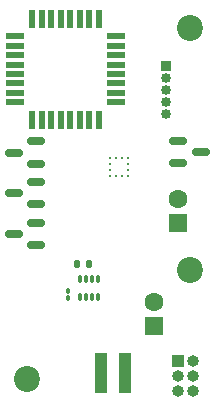
<source format=gbr>
%TF.GenerationSoftware,KiCad,Pcbnew,7.0.7*%
%TF.CreationDate,2024-03-31T00:03:08-06:00*%
%TF.ProjectId,timer,74696d65-722e-46b6-9963-61645f706362,rev?*%
%TF.SameCoordinates,Original*%
%TF.FileFunction,Soldermask,Top*%
%TF.FilePolarity,Negative*%
%FSLAX46Y46*%
G04 Gerber Fmt 4.6, Leading zero omitted, Abs format (unit mm)*
G04 Created by KiCad (PCBNEW 7.0.7) date 2024-03-31 00:03:08*
%MOMM*%
%LPD*%
G01*
G04 APERTURE LIST*
G04 Aperture macros list*
%AMRoundRect*
0 Rectangle with rounded corners*
0 $1 Rounding radius*
0 $2 $3 $4 $5 $6 $7 $8 $9 X,Y pos of 4 corners*
0 Add a 4 corners polygon primitive as box body*
4,1,4,$2,$3,$4,$5,$6,$7,$8,$9,$2,$3,0*
0 Add four circle primitives for the rounded corners*
1,1,$1+$1,$2,$3*
1,1,$1+$1,$4,$5*
1,1,$1+$1,$6,$7*
1,1,$1+$1,$8,$9*
0 Add four rect primitives between the rounded corners*
20,1,$1+$1,$2,$3,$4,$5,0*
20,1,$1+$1,$4,$5,$6,$7,0*
20,1,$1+$1,$6,$7,$8,$9,0*
20,1,$1+$1,$8,$9,$2,$3,0*%
G04 Aperture macros list end*
%ADD10RoundRect,0.150000X-0.587500X-0.150000X0.587500X-0.150000X0.587500X0.150000X-0.587500X0.150000X0*%
%ADD11C,2.200000*%
%ADD12RoundRect,0.150000X0.587500X0.150000X-0.587500X0.150000X-0.587500X-0.150000X0.587500X-0.150000X0*%
%ADD13R,1.600000X0.550000*%
%ADD14R,0.550000X1.600000*%
%ADD15C,1.600000*%
%ADD16R,1.600000X1.600000*%
%ADD17R,0.250000X0.275000*%
%ADD18R,0.275000X0.250000*%
%ADD19R,1.000000X1.000000*%
%ADD20O,1.000000X1.000000*%
%ADD21RoundRect,0.100000X-0.100000X0.130000X-0.100000X-0.130000X0.100000X-0.130000X0.100000X0.130000X0*%
%ADD22RoundRect,0.050000X0.100000X-0.285000X0.100000X0.285000X-0.100000X0.285000X-0.100000X-0.285000X0*%
%ADD23R,1.000000X3.500000*%
%ADD24R,0.850000X0.850000*%
%ADD25O,0.850000X0.850000*%
%ADD26RoundRect,0.135000X0.135000X0.185000X-0.135000X0.185000X-0.135000X-0.185000X0.135000X-0.185000X0*%
G04 APERTURE END LIST*
D10*
%TO.C,Q4*%
X221062500Y-86300000D03*
X221062500Y-88200000D03*
X222937500Y-87250000D03*
%TD*%
D11*
%TO.C,REF\u002A\u002A*%
X222000000Y-76750000D03*
%TD*%
D12*
%TO.C,Q3*%
X209000000Y-95150000D03*
X209000000Y-93250000D03*
X207125000Y-94200000D03*
%TD*%
D13*
%TO.C,U1*%
X215750000Y-83050000D03*
X215750000Y-82250000D03*
X215750000Y-81450000D03*
X215750000Y-80650000D03*
X215750000Y-79850000D03*
X215750000Y-79050000D03*
X215750000Y-78250000D03*
X215750000Y-77450000D03*
D14*
X214300000Y-76000000D03*
X213500000Y-76000000D03*
X212700000Y-76000000D03*
X211900000Y-76000000D03*
X211100000Y-76000000D03*
X210300000Y-76000000D03*
X209500000Y-76000000D03*
X208700000Y-76000000D03*
D13*
X207250000Y-77450000D03*
X207250000Y-78250000D03*
X207250000Y-79050000D03*
X207250000Y-79850000D03*
X207250000Y-80650000D03*
X207250000Y-81450000D03*
X207250000Y-82250000D03*
X207250000Y-83050000D03*
D14*
X208700000Y-84500000D03*
X209500000Y-84500000D03*
X210300000Y-84500000D03*
X211100000Y-84500000D03*
X211900000Y-84500000D03*
X212700000Y-84500000D03*
X213500000Y-84500000D03*
X214300000Y-84500000D03*
%TD*%
D11*
%TO.C,REF\u002A\u002A*%
X208250000Y-106500000D03*
%TD*%
D12*
%TO.C,Q1*%
X209000000Y-88250000D03*
X209000000Y-86350000D03*
X207125000Y-87300000D03*
%TD*%
D15*
%TO.C,C2*%
X221000000Y-91250000D03*
D16*
X221000000Y-93250000D03*
%TD*%
D17*
%TO.C,U3*%
X216750000Y-87737500D03*
X216250000Y-87737500D03*
X215750000Y-87737500D03*
X215250000Y-87737500D03*
D18*
X215237500Y-88250000D03*
X215237500Y-88750000D03*
D17*
X215250000Y-89262500D03*
X215750000Y-89262500D03*
X216250000Y-89262500D03*
X216750000Y-89262500D03*
D18*
X216762500Y-88750000D03*
X216762500Y-88250000D03*
%TD*%
D19*
%TO.C,J1*%
X221000000Y-104980000D03*
D20*
X222270000Y-104980000D03*
X221000000Y-106250000D03*
X222270000Y-106250000D03*
X221000000Y-107520000D03*
X222270000Y-107520000D03*
%TD*%
D12*
%TO.C,Q2*%
X209000000Y-91650000D03*
X209000000Y-89750000D03*
X207125000Y-90700000D03*
%TD*%
D21*
%TO.C,L1*%
X211750000Y-99000000D03*
X211750000Y-99640000D03*
%TD*%
D16*
%TO.C,C1*%
X219000000Y-101955113D03*
D15*
X219000000Y-99955113D03*
%TD*%
D22*
%TO.C,U2*%
X212750000Y-99490000D03*
X213250000Y-99490000D03*
X213750000Y-99490000D03*
X214250000Y-99490000D03*
X214250000Y-98010000D03*
X213750000Y-98010000D03*
X213250000Y-98010000D03*
X212750000Y-98010000D03*
%TD*%
D23*
%TO.C,BT1*%
X214500000Y-106000000D03*
X216500000Y-106000000D03*
%TD*%
D24*
%TO.C,J2*%
X220000000Y-80000000D03*
D25*
X220000000Y-81000000D03*
X220000000Y-82000000D03*
X220000000Y-83000000D03*
X220000000Y-84000000D03*
%TD*%
D26*
%TO.C,R1*%
X213510000Y-96750000D03*
X212490000Y-96750000D03*
%TD*%
D11*
%TO.C,REF\u002A\u002A*%
X222000000Y-97250000D03*
%TD*%
M02*

</source>
